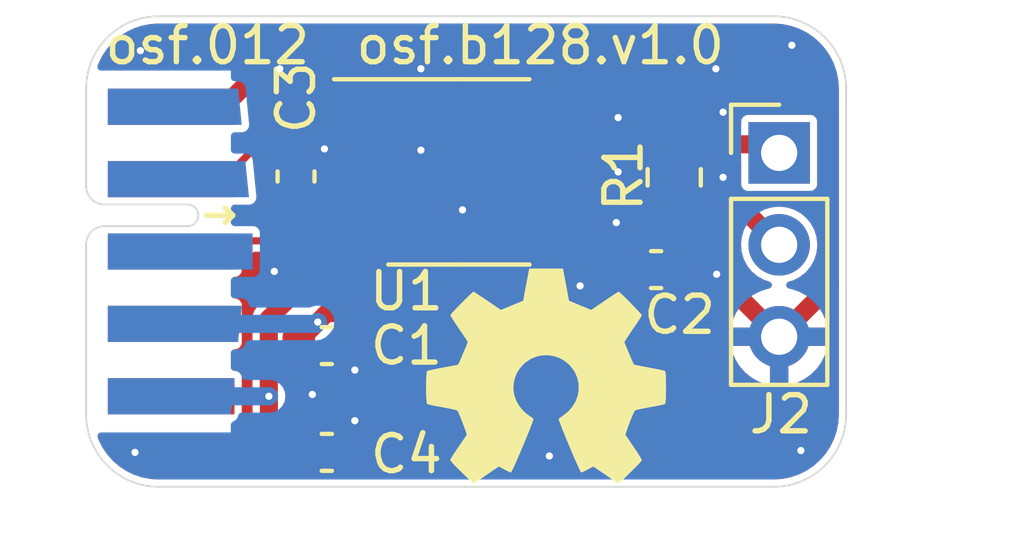
<source format=kicad_pcb>
(kicad_pcb (version 20211014) (generator pcbnew)
  (layers (0 "F.Cu" signal) (31 "B.Cu" signal) (34 "B.Paste" user) (35 "F.Paste" user) (36 "B.SilkS" user "B.Silkscreen") (37 "F.SilkS" user "F.Silkscreen") (38 "B.Mask" user) (39 "F.Mask" user) (44 "Edge.Cuts" user))
  (net 0 "")
  (net 1 "/implementation/VIO")
  (net 2 "GND")
  (net 3 "/implementation/VDD")
  (net 4 "/implementation/TX")
  (net 5 "/implementation/RX")
  (net 6 "/implementation/CANH")
  (net 7 "/implementation/CANL")
  (net 8 "/implementation/STBY")
  (footprint "Symbol:OSHW-Symbol_6.7x6mm_SilkScreen" (layer "F.Cu") (at 152.7 99.95)
    (fp_text reference "LOGO1" hide)
    (fp_text value "Logo_Open_Hardware_Small" hide)
    (fp_poly (pts (xy 0.555814 -2.531069) (xy 0.639635 -2.086445) (xy 0.94892 -1.958947) (xy 1.258206 -1.831449) (xy 1.629246 -2.083754) (xy 1.733157 -2.154004) (xy 1.827087 -2.216728) (xy 1.906652 -2.269062) (xy 1.96747 -2.308143) (xy 2.005157 -2.331107) (xy 2.015421 -2.336058) (xy 2.03391 -2.323324) (xy 2.07342 -2.288118) (xy 2.129522 -2.234938) (xy 2.197787 -2.168282) (xy 2.273786 -2.092646) (xy 2.353092 -2.012528) (xy 2.431275 -1.932426) (xy 2.503907 -1.856836) (xy 2.566559 -1.790255) (xy 2.614803 -1.737182) (xy 2.64421 -1.702113) (xy 2.651241 -1.690377) (xy 2.641123 -1.66874) (xy 2.612759 -1.621338) (xy 2.569129 -1.552807) (xy 2.513218 -1.467785) (xy 2.448006 -1.370907) (xy 2.410219 -1.31565) (xy 2.341343 -1.214752) (xy 2.28014 -1.123701) (xy 2.229578 -1.04703) (xy 2.192628 -0.989272) (xy 2.172258 -0.954957) (xy 2.169197 -0.947746) (xy 2.176136 -0.927252) (xy 2.195051 -0.879487) (xy 2.223087 -0.811168) (xy 2.257391 -0.729011) (xy 2.295109 -0.63973) (xy 2.333387 -0.550042) (xy 2.36937 -0.466662) (xy 2.400206 -0.396306) (xy 2.423039 -0.34569) (xy 2.435017 -0.321529) (xy 2.435724 -0.320578) (xy 2.454531 -0.315964) (xy 2.504618 -0.305672) (xy 2.580793 -0.290713) (xy 2.677865 -0.272099) (xy 2.790643 -0.250841) (xy 2.856442 -0.238582) (xy 2.97695 -0.215638) (xy 3.085797 -0.193805) (xy 3.177476 -0.174278) (xy 3.246481 -0.158252) (xy 3.287304 -0.146921) (xy 3.295511 -0.143326) (xy 3.303548 -0.118994) (xy 3.310033 -0.064041) (xy 3.31497 0.015108) (xy 3.318364 0.112026) (xy 3.320218 0.220287) (xy 3.320538 0.333465) (xy 3.319327 0.445135) (xy 3.31659 0.548868) (xy 3.312331 0.638241) (xy 3.306555 0.706826) (xy 3.299267 0.748197) (xy 3.294895 0.75681) (xy 3.268764 0.767133) (xy 3.213393 0.781892) (xy 3.136107 0.799352) (xy 3.04423 0.81778) (xy 3.012158 0.823741) (xy 2.857524 0.852066) (xy 2.735375 0.874876) (xy 2.641673 0.89308) (xy 2.572384 0.907583) (xy 2.523471 0.919292) (xy 2.490897 0.929115) (xy 2.470628 0.937956) (xy 2.458626 0.946724) (xy 2.456947 0.948457) (xy 2.440184 0.976371) (xy 2.414614 1.030695) (xy 2.382788 1.104777) (xy 2.34726 1.191965) (xy 2.310583 1.285608) (xy 2.275311 1.379052) (xy 2.243996 1.465647) (xy 2.219193 1.53874) (xy 2.203454 1.591678) (xy 2.199332 1.617811) (xy 2.199676 1.618726) (xy 2.213641 1.640086) (xy 2.245322 1.687084) (xy 2.291391 1.754827) (xy 2.348518 1.838423) (xy 2.413373 1.932982) (xy 2.431843 1.959854) (xy 2.497699 2.057275) (xy 2.55565 2.146163) (xy 2.602538 2.221412) (xy 2.635207 2.27792) (xy 2.6505 2.310581) (xy 2.651241 2.314593) (xy 2.638392 2.335684) (xy 2.602888 2.377464) (xy 2.549293 2.435445) (xy 2.482171 2.505135) (xy 2.406087 2.582045) (xy 2.325604 2.661683) (xy 2.245287 2.739561) (xy 2.169699 2.811186) (xy 2.103405 2.87207) (xy 2.050969 2.917721) (xy 2.016955 2.94365) (xy 2.007545 2.947883) (xy 1.985643 2.937912) (xy 1.9408 2.91102) (xy 1.880321 2.871736) (xy 1.833789 2.840117) (xy 1.749475 2.782098) (xy 1.649626 2.713784) (xy 1.549473 2.645579) (xy 1.495627 2.609075) (xy 1.313371 2.4858) (xy 1.160381 2.56852) (xy 1.090682 2.604759) (xy 1.031414 2.632926) (xy 0.991311 2.648991) (xy 0.981103 2.651226) (xy 0.968829 2.634722) (xy 0.944613 2.588082) (xy 0.910263 2.515609) (xy 0.867588 2.421606) (xy 0.818394 2.310374) (xy 0.76449 2.186215) (xy 0.707684 2.053432) (xy 0.649782 1.916327) (xy 0.592593 1.779202) (xy 0.537924 1.646358) (xy 0.487584 1.522098) (xy 0.44338 1.410725) (xy 0.407119 1.316539) (xy 0.380609 1.243844) (xy 0.365658 1.196941) (xy 0.363254 1.180833) (xy 0.382311 1.160286) (xy 0.424036 1.126933) (xy 0.479706 1.087702) (xy 0.484378 1.084599) (xy 0.628264 0.969423) (xy 0.744283 0.835053) (xy 0.83143 0.685784) (xy 0.888699 0.525913) (xy 0.915086 0.359737) (xy 0.909585 0.191552) (xy 0.87119 0.025655) (xy 0.798895 -0.133658) (xy 0.777626 -0.168513) (xy 0.666996 -0.309263) (xy 0.536302 -0.422286) (xy 0.390064 -0.506997) (xy 0.232808 -0.562806) (xy 0.069057 -0.589126) (xy -0.096667 -0.58537) (xy -0.259838 -0.55095) (xy -0.415935 -0.485277) (xy -0.560433 -0.387765) (xy -0.605131 -0.348187) (xy -0.718888 -0.224297) (xy -0.801782 -0.093876) (xy -0.858644 0.052315) (xy -0.890313 0.197088) (xy -0.898131 0.35986) (xy -0.872062 0.52344) (xy -0.814755 0.682298) (xy -0.728856 0.830906) (xy -0.617014 0.963735) (xy -0.481877 1.075256) (xy -0.464117 1.087011) (xy -0.40785 1.125508) (xy -0.365077 1.158863) (xy -0.344628 1.18016) (xy -0.344331 1.180833) (xy -0.348721 1.203871) (xy -0.366124 1.256157) (xy -0.394732 1.33339) (xy -0.432735 1.431268) (xy -0.478326 1.545491) (xy -0.529697 1.671758) (xy -0.585038 1.805767) (xy -0.642542 1.943218) (xy -0.700399 2.079808) (xy -0.756802 2.211237) (xy -0.809942 2.333205) (xy -0.85801 2.441409) (xy -0.899199 2.531549) (xy -0.931699 2.599323) (xy -0.953703 2.64043) (xy -0.962564 2.651226) (xy -0.98964 2.642819) (xy -1.040303 2.620272) (xy -1.105817 2.587613) (xy -1.141841 2.56852) (xy -1.294832 2.4858) (xy -1.477088 2.609075) (xy -1.570125 2.672228) (xy -1.671985 2.741727) (xy -1.767438 2.807165) (xy -1.81525 2.840117) (xy -1.882495 2.885273) (xy -1.939436 2.921057) (xy -1.978646 2.942938) (xy -1.991381 2.947563) (xy -2.009917 2.935085) (xy -2.050941 2.900252) (xy -2.110475 2.846678) (xy -2.184542 2.777983) (xy -2.269165 2.697781) (xy -2.322685 2.646286) (xy -2.416319 2.554286) (xy -2.497241 2.471999) (xy -2.562177 2.402945) (xy -2.607858 2.350644) (xy -2.631011 2.318616) (xy -2.633232 2.312116) (xy -2.622924 2.287394) (xy -2.594439 2.237405) (xy -2.550937 2.167212) (xy -2.495577 2.081875) (xy -2.43152 1.986456) (xy -2.413303 1.959854) (xy -2.346927 1.863167) (xy -2.287378 1.776117) (xy -2.237984 1.703595) (xy -2.202075 1.650493) (xy -2.182981 1.621703) (xy -2.181136 1.618726) (xy -2.183895 1.595782) (xy -2.198538 1.545336) (xy -2.222513 1.474041) (xy -2.253266 1.388547) (xy -2.288244 1.295507) (xy -2.324893 1.201574) (xy -2.360661 1.113399) (xy -2.392994 1.037634) (xy -2.419338 0.980931) (xy -2.437142 0.949943) (xy -2.438407 0.948457) (xy -2.449294 0.939601) (xy -2.467682 0.930843) (xy -2.497606 0.921277) (xy -2.543103 0.909996) (xy -2.608209 0.896093) (xy -2.696961 0.878663) (xy -2.813393 0.856798) (xy -2.961542 0.829591) (xy -2.993618 0.823741) (xy -3.088686 0.805374) (xy -3.171565 0.787405) (xy -3.23493 0.771569) (xy -3.271458 0.7596) (xy -3.276356 0.75681) (xy -3.284427 0.732072) (xy -3.290987 0.67679) (xy -3.296033 0.597389) (xy -3.299559 0.500296) (xy -3.301561 0.391938) (xy -3.302036 0.27874) (xy -3.300977 0.167128) (xy -3.298382 0.063529) (xy -3.294246 -0.025632) (xy -3.288563 -0.093928) (xy -3.281331 -0.134934) (xy -3.276971 -0.143326) (xy -3.252698 -0.151792) (xy -3.197426 -0.165565) (xy -3.116662 -0.18345) (xy -3.015912 -0.204252) (xy -2.900683 -0.226777) (xy -2.837902 -0.238582) (xy -2.718787 -0.260849) (xy -2.612565 -0.281021) (xy -2.524427 -0.298085) (xy -2.459566 -0.311031) (xy -2.423174 -0.318845) (xy -2.417184 -0.320578) (xy -2.407061 -0.34011) (xy -2.385662 -0.387157) (xy -2.355839 -0.454997) (xy -2.320445 -0.536909) (xy -2.282332 -0.626172) (xy -2.244353 -0.716065) (xy -2.20936 -0.799865) (xy -2.180206 -0.870853) (xy -2.159743 -0.922306) (xy -2.150823 -0.947503) (xy -2.150657 -0.948604) (xy -2.160769 -0.968481) (xy -2.189117 -1.014223) (xy -2.232723 -1.081283) (xy -2.288606 -1.165116) (xy -2.353787 -1.261174) (xy -2.391679 -1.31635) (xy -2.460725 -1.417519) (xy -2.52205 -1.50937) (xy -2.572663 -1.587256) (xy -2.609571 -1.646531) (xy -2.629782 -1.682549) (xy -2.632701 -1.690623) (xy -2.620153 -1.709416) (xy -2.585463 -1.749543) (xy -2.533063 -1.806507) (xy -2.467384 -1.875815) (xy -2.392856 -1.952969) (xy -2.313913 -2.033475) (xy -2.234983 -2.112837) (xy -2.1605 -2.18656) (xy -2.094894 -2.250148) (xy -2.042596 -2.299106) (xy -2.008039 -2.328939) (xy -1.996478 -2.336058) (xy -1.977654 -2.326047) (xy -1.932631 -2.297922) (xy -1.865787 -2.254546) (xy -1.781499 -2.198782) (xy -1.684144 -2.133494) (xy -1.610707 -2.083754) (xy -1.239667 -1.831449) (xy -0.621095 -2.086445) (xy -0.537275 -2.531069) (xy -0.453454 -2.975693) (xy 0.471994 -2.975693) (xy 0.555814 -2.531069)) (layer "F.SilkS") (width 0.01) (fill solid))
  )
  (footprint "Connector_PinHeader_2.54mm:PinHeader_1x03_P2.54mm_Vertical" (layer "F.Cu") (at 159.15 93.775)
    (fp_text reference "J2" (at 0.05 7.225) (layer "F.SilkS"))
    (fp_text value "Conn_01x03_Male")
    (fp_line (start -1.33 6.41) (end 1.33 6.41) (layer "F.SilkS") (width 0.12))
    (fp_line (start -1.33 1.27) (end 1.33 1.27) (layer "F.SilkS") (width 0.12))
    (fp_line (start -1.33 0) (end -1.33 -1.33) (layer "F.SilkS") (width 0.12))
    (fp_line (start -1.33 1.27) (end -1.33 6.41) (layer "F.SilkS") (width 0.12))
    (fp_line (start 1.33 1.27) (end 1.33 6.41) (layer "F.SilkS") (width 0.12))
    (fp_line (start -1.33 -1.33) (end 0 -1.33) (layer "F.SilkS") (width 0.12))
    (pad "1" thru_hole rect (at 0 0) (size 1.7 1.7) (drill 1) (layers *.Cu *.Mask) (net 6 "/implementation/CANH"))
    (pad "2" thru_hole oval (at 0 2.54) (size 1.7 1.7) (drill 1) (layers *.Cu *.Mask) (net 7 "/implementation/CANL"))
    (pad "3" thru_hole oval (at 0 5.08) (size 1.7 1.7) (drill 1) (layers *.Cu *.Mask) (net 2 "GND"))
  )
  (footprint "Capacitor_SMD:C_0603_1608Metric" (layer "F.Cu") (at 146.65 102.05)
    (fp_text reference "C4" (at 2.2 0.05) (layer "F.SilkS"))
    (fp_text value "1uF")
    (fp_line (start -0.14058 0.51) (end 0.14058 0.51) (layer "F.SilkS") (width 0.12))
    (fp_line (start -0.14058 -0.51) (end 0.14058 -0.51) (layer "F.SilkS") (width 0.12))
    (pad "1" smd roundrect (at -0.775 0) (size 0.9 0.95) (layers "F.Cu" "F.Paste" "F.Mask") (net 3 "/implementation/VDD"))
    (pad "2" smd roundrect (at 0.775 0) (size 0.9 0.95) (layers "F.Cu" "F.Paste" "F.Mask") (net 2 "GND"))
  )
  (footprint "Resistor_SMD:R_0805_2012Metric" (layer "F.Cu") (at 156.25 94.45 -90)
    (fp_text reference "R1" (at -0.05 1.4 90) (layer "F.SilkS"))
    (fp_text value "120R")
    (fp_line (start -0.227064 -0.735) (end 0.227064 -0.735) (layer "F.SilkS") (width 0.12))
    (fp_line (start -0.227064 0.735) (end 0.227064 0.735) (layer "F.SilkS") (width 0.12))
    (pad "1" smd roundrect (at -0.9125 0 270) (size 1.025 1.4) (layers "F.Cu" "F.Paste" "F.Mask") (roundrect_rratio 0.243902) (net 6 "/implementation/CANH"))
    (pad "2" smd roundrect (at 0.9125 0 270) (size 1.025 1.4) (layers "F.Cu" "F.Paste" "F.Mask") (roundrect_rratio 0.243902) (net 7 "/implementation/CANL"))
  )
  (footprint "Package_SO:SOIC-8_3.9x4.9mm_P1.27mm" (layer "F.Cu") (at 150.3 94.3)
    (fp_text reference "U1" (at -1.45 3.3) (layer "F.SilkS"))
    (fp_text value "MCP2542FDxMF")
    (fp_line (start 0 2.56) (end 1.95 2.56) (layer "F.SilkS") (width 0.12))
    (fp_line (start 0 -2.56) (end 1.95 -2.56) (layer "F.SilkS") (width 0.12))
    (fp_line (start 0 -2.56) (end -3.45 -2.56) (layer "F.SilkS") (width 0.12))
    (fp_line (start 0 2.56) (end -1.95 2.56) (layer "F.SilkS") (width 0.12))
    (pad "1" smd roundrect (at -2.475 -1.905) (size 1.95 0.6) (layers "F.Cu" "F.Paste" "F.Mask") (net 4 "/implementation/TX"))
    (pad "2" smd roundrect (at -2.475 -0.635) (size 1.95 0.6) (layers "F.Cu" "F.Paste" "F.Mask") (net 2 "GND"))
    (pad "3" smd roundrect (at -2.475 0.635) (size 1.95 0.6) (layers "F.Cu" "F.Paste" "F.Mask") (net 3 "/implementation/VDD"))
    (pad "4" smd roundrect (at -2.475 1.905) (size 1.95 0.6) (layers "F.Cu" "F.Paste" "F.Mask") (net 5 "/implementation/RX"))
    (pad "5" smd roundrect (at 2.475 1.905) (size 1.95 0.6) (layers "F.Cu" "F.Paste" "F.Mask") (net 1 "/implementation/VIO"))
    (pad "6" smd roundrect (at 2.475 0.635) (size 1.95 0.6) (layers "F.Cu" "F.Paste" "F.Mask") (net 7 "/implementation/CANL"))
    (pad "7" smd roundrect (at 2.475 -0.635) (size 1.95 0.6) (layers "F.Cu" "F.Paste" "F.Mask") (net 6 "/implementation/CANH"))
    (pad "8" smd roundrect (at 2.475 -1.905) (size 1.95 0.6) (layers "F.Cu" "F.Paste" "F.Mask") (net 8 "/implementation/STBY"))
  )
  (footprint "on_edge:on_edge_2x05_device" (layer "F.Cu") (at 140 96.5 -90)
    (fp_text reference "J1")
    (fp_text value "012_CAN")
    (fp_line (start -1 -4.05) (end -1 -3.323) (layer "F.SilkS") (width 0.153))
    (fp_line (start -1 -4.05) (end -0.8 -3.85) (layer "F.SilkS") (width 0.153))
    (fp_line (start -1.2 -3.85) (end -1 -4.05) (layer "F.SilkS") (width 0.153))
    (fp_line (start -0.2 0) (end 4 0) (layer "Edge.Cuts") (width 0.05))
    (fp_line (start -4 0) (end -1.8 0) (layer "Edge.Cuts") (width 0.05))
    (fp_line (start -0.7 -0.5) (end -0.7 -2.8) (layer "Edge.Cuts") (width 0.05))
    (fp_line (start -1.3 -2.8) (end -1.3 -0.5) (layer "Edge.Cuts") (width 0.05))
    (fp_arc (start -0.2 0) (mid -0.553553 -0.146447) (end -0.7 -0.5) (layer "Edge.Cuts") (width 0.05))
    (fp_arc (start -1.3 -0.5) (mid -1.446447 -0.146447) (end -1.8 0) (layer "Edge.Cuts") (width 0.05))
    (fp_arc (start -1.3 -2.8) (mid -1 -3.1) (end -0.7 -2.8) (layer "Edge.Cuts") (width 0.05))
    (pad "1" smd rect (at -4 -2.35 90) (size 1 3.5) (layers "F.Cu" "F.Mask") (net 2 "GND"))
    (pad "2" smd rect (at -2 -2.35 270) (size 1 3.5) (layers "F.Cu" "F.Mask") (net 4 "/implementation/TX"))
    (pad "3" smd rect (at 0 -2.35 270) (size 1 3.5) (layers "F.Cu" "F.Mask") (net 5 "/implementation/RX"))
    (pad "4" smd rect (at 2 -2.35 90) (size 1 3.5) (layers "F.Cu" "F.Mask"))
    (pad "5" smd rect (at 4 -2.35 90) (size 1 3.5) (layers "F.Cu" "F.Mask"))
    (pad "6" smd custom (at -4 -2.4 270) (size 1 3.6) (layers "B.Cu" "B.Mask") (options (clearance outline) (anchor rect)) (primitives (gr_poly (pts (xy 0.5 -1.8) (xy 0.5 -1.9) (xy -0.5 -1.8)) (width 0) (fill yes))))
    (pad "7" smd custom (at -2 -2.1 270) (size 1 3) (layers "B.Cu" "B.Mask") (options (clearance outline) (anchor rect)) (primitives (gr_poly (pts (xy 0.3 -0.51) (xy 0.31 -0.62) (xy 0.33 -0.7) (xy 0.35 -0.76) (xy 0.37 -0.81) (xy 0.4 -0.86) (xy 0.44 -0.92) (xy 0.48 -0.97) (xy 0.5 -0.99) (xy 0.5 -2.4) (xy -0.5 -2.3) (xy -0.5 1.5) (xy 0.3 1.5)) (width 0) (fill yes))))
    (pad "8" smd rect (at 0 -2.6 270) (size 1 4) (layers "B.Cu" "B.Mask"))
    (pad "9" smd custom (at 2 -2.4 270) (size 1 3.6) (layers "B.Cu" "B.Mask") (net 1 "/implementation/VIO") (options (clearance outline) (anchor rect)) (primitives (gr_poly (pts (xy -0.5 -1.8) (xy -0.5 -1.9) (xy 0.5 -1.8)) (width 0) (fill yes))))
    (pad "10" smd custom (at 4 -2.3 270) (size 1 3.4) (layers "B.Cu" "B.Mask") (net 3 "/implementation/VDD") (options (clearance outline) (anchor rect)) (primitives (gr_poly (pts (xy -0.5 -1.7) (xy -0.5 -1.8) (xy 0.5 -1.7)) (width 0) (fill yes))))
    (zone (net 0) (net_name "") (layers F&B.Cu) (connect_pads (clearance 0)) (min_thickness 0.254)
      (keepout (tracks allowed) (vias not_allowed) (pads allowed) (copperpour not_allowed) (footprints not_allowed))
      (fill (thermal_gap 0.508) (thermal_bridge_width 0.508))
      (polygon (pts (xy 140 101.5) (xy 140 91.5) (xy 144 91.5) (xy 144 101.5)))
    )
  )
  (footprint "Capacitor_SMD:C_0603_1608Metric" (layer "F.Cu") (at 155.75 97)
    (fp_text reference "C2" (at 0.65 1.25) (layer "F.SilkS"))
    (fp_text value "1uF")
    (fp_line (start -0.14058 0.51) (end 0.14058 0.51) (layer "F.SilkS") (width 0.12))
    (fp_line (start -0.14058 -0.51) (end 0.14058 -0.51) (layer "F.SilkS") (width 0.12))
    (pad "1" smd roundrect (at -0.775 0) (size 0.9 0.95) (layers "F.Cu" "F.Paste" "F.Mask") (net 1 "/implementation/VIO"))
    (pad "2" smd roundrect (at 0.775 0) (size 0.9 0.95) (layers "F.Cu" "F.Paste" "F.Mask") (net 2 "GND"))
  )
  (footprint "Capacitor_SMD:C_0603_1608Metric" (layer "F.Cu") (at 145.8 94.425 90)
    (fp_text reference "C3" (at 2.175 0 90) (layer "F.SilkS"))
    (fp_text value "1uF")
    (fp_line (start -0.14058 0.51) (end 0.14058 0.51) (layer "F.SilkS") (width 0.12))
    (fp_line (start -0.14058 -0.51) (end 0.14058 -0.51) (layer "F.SilkS") (width 0.12))
    (pad "1" smd roundrect (at -0.775 0 90) (size 0.9 0.95) (layers "F.Cu" "F.Paste" "F.Mask") (net 3 "/implementation/VDD"))
    (pad "2" smd roundrect (at 0.775 0 90) (size 0.9 0.95) (layers "F.Cu" "F.Paste" "F.Mask") (net 2 "GND"))
  )
  (footprint "Capacitor_SMD:C_0603_1608Metric" (layer "F.Cu") (at 146.65 99.1)
    (fp_text reference "C1" (at 2.2 0) (layer "F.SilkS"))
    (fp_text value "1uF")
    (fp_line (start -0.14058 0.51) (end 0.14058 0.51) (layer "F.SilkS") (width 0.12))
    (fp_line (start -0.14058 -0.51) (end 0.14058 -0.51) (layer "F.SilkS") (width 0.12))
    (pad "1" smd roundrect (at -0.775 0) (size 0.9 0.95) (layers "F.Cu" "F.Paste" "F.Mask") (net 1 "/implementation/VIO"))
    (pad "2" smd roundrect (at 0.775 0) (size 0.9 0.95) (layers "F.Cu" "F.Paste" "F.Mask") (net 2 "GND"))
  )
  (gr_line (start 140 100.5) (end 140 101) (layer "Edge.Cuts") (width 0.05))
  (gr_line (start 142 90) (end 159 90) (layer "Edge.Cuts") (width 0.05))
  (gr_arc (start 161 101) (mid 160.414214 102.414214) (end 159 103) (layer "Edge.Cuts") (width 0.05))
  (gr_line (start 140 92.5) (end 140 92) (layer "Edge.Cuts") (width 0.05))
  (gr_line (start 159 103) (end 142 103) (layer "Edge.Cuts") (width 0.05))
  (gr_arc (start 159 90) (mid 160.414214 90.585786) (end 161 92) (layer "Edge.Cuts") (width 0.05))
  (gr_arc (start 142 103) (mid 140.585786 102.414214) (end 140 101) (layer "Edge.Cuts") (width 0.05))
  (gr_line (start 161 101) (end 161 92) (layer "Edge.Cuts") (width 0.05))
  (gr_arc (start 140 92) (mid 140.585786 90.585786) (end 142 90) (layer "Edge.Cuts") (width 0.05))
  (gr_text "osf.012" (at 143.35 90.8) (layer "F.SilkS") (effects (font (size 1 1))))
  (gr_text "osf.b128.v1.0" (at 152.55 90.8) (layer "F.SilkS") (effects (font (size 1 1))))
  (segment (start 154.9 97) (end 154.105 96.205) (width 0.5) (layer "F.Cu") (net 1))
  (segment (start 146.65 98.2) (end 148.6 98.2) (width 0.5) (layer "F.Cu") (net 1))
  (segment (start 148.6 98.2) (end 150.595 96.205) (width 0.5) (layer "F.Cu") (net 1))
  (segment (start 154.975 97) (end 154.9 97) (width 0.5) (layer "F.Cu") (net 1))
  (segment (start 154.105 96.205) (end 152.775 96.205) (width 0.5) (layer "F.Cu") (net 1))
  (segment (start 150.595 96.205) (end 152.775 96.205) (width 0.5) (layer "F.Cu") (net 1))
  (segment (start 145.875 99.1) (end 145.875 98.975) (width 0.5) (layer "F.Cu") (net 1))
  (segment (start 146.4 98.45) (end 145.875 98.975) (width 0.5) (layer "F.Cu") (net 1))
  (segment (start 145.875 98.975) (end 146.65 98.2) (width 0.5) (layer "F.Cu") (net 1))
  (via (at 146.4 98.45) (size 0.5) (drill 0.2) (layers "F.Cu" "B.Cu") (net 1))
  (segment (start 146.4 98.45) (end 146.35 98.5) (width 0.5) (layer "B.Cu") (net 1))
  (segment (start 146.35 98.5) (end 142.4 98.5) (width 0.5) (layer "B.Cu") (net 1))
  (segment (start 144.85 91.45) (end 145.35 91.45) (width 0.5) (layer "F.Cu") (net 2))
  (segment (start 143.8 92.5) (end 144.85 91.45) (width 0.5) (layer "F.Cu") (net 2))
  (segment (start 156.525 97) (end 157.295 97) (width 0.5) (layer "F.Cu") (net 2))
  (segment (start 149.215 93.665) (end 149.25 93.7) (width 0.5) (layer "F.Cu") (net 2))
  (segment (start 146.585 93.665) (end 145.815 93.665) (width 0.5) (layer "F.Cu") (net 2))
  (segment (start 147.825 93.665) (end 146.585 93.665) (width 0.5) (layer "F.Cu") (net 2))
  (segment (start 147.825 93.665) (end 149.215 93.665) (width 0.5) (layer "F.Cu") (net 2))
  (segment (start 157.295 97) (end 157.4225 97.1275) (width 0.5) (layer "F.Cu") (net 2))
  (segment (start 145.815 93.665) (end 145.8 93.65) (width 0.5) (layer "F.Cu") (net 2))
  (segment (start 145.35 91.45) (end 149.25 91.45) (width 0.5) (layer "F.Cu") (net 2))
  (segment (start 157.4225 97.1275) (end 159.15 98.855) (width 0.5) (layer "F.Cu") (net 2))
  (segment (start 147.425 99.775) (end 147.425 99.1) (width 0.5) (layer "F.Cu") (net 2))
  (segment (start 147.425 102.05) (end 147.425 101.175) (width 0.5) (layer "F.Cu") (net 2))
  (segment (start 149.25 91.45) (end 157.4 91.45) (width 0.5) (layer "F.Cu") (net 2))
  (segment (start 160.55 97.455) (end 159.15 98.855) (width 0.5) (layer "F.Cu") (net 2))
  (segment (start 142.35 92.5) (end 143.8 92.5) (width 0.5) (layer "F.Cu") (net 2))
  (segment (start 159.4 91.45) (end 160.55 92.6) (width 0.5) (layer "F.Cu") (net 2))
  (segment (start 157.4 91.45) (end 159.4 91.45) (width 0.5) (layer "F.Cu") (net 2))
  (segment (start 160.55 92.6) (end 160.55 97.455) (width 0.5) (layer "F.Cu") (net 2))
  (segment (start 147.425 101.175) (end 147.425 99.775) (width 0.5) (layer "F.Cu") (net 2))
  (via (at 147.425 101.175) (size 0.5) (drill 0.2) (layers "F.Cu" "B.Cu") (net 2))
  (via (at 145.35 91.45) (size 0.5) (drill 0.2) (layers "F.Cu" "B.Cu") (net 2))
  (via (at 145.2 97.05) (size 0.5) (drill 0.2) (layers "F.Cu" "B.Cu") (net 2))
  (via (at 154.65 95.7) (size 0.5) (drill 0.2) (layers "F.Cu" "B.Cu") (net 2))
  (via (at 141.5 90.95) (size 0.5) (drill 0.2) (layers "F.Cu" "B.Cu") (net 2))
  (via (at 157.4225 97.1275) (size 0.5) (drill 0.2) (layers "F.Cu" "B.Cu") (net 2))
  (via (at 141.35 102.05) (size 0.5) (drill 0.2) (layers "F.Cu" "B.Cu") (net 2))
  (via (at 149.25 91.45) (size 0.5) (drill 0.2) (layers "F.Cu" "B.Cu") (net 2))
  (via (at 154.7 92.8) (size 0.5) (drill 0.2) (layers "F.Cu" "B.Cu") (net 2))
  (via (at 146.585 93.665) (size 0.5) (drill 0.2) (layers "F.Cu" "B.Cu") (net 2))
  (via (at 147.425 99.775) (size 0.5) (drill 0.2) (layers "F.Cu" "B.Cu") (net 2))
  (via (at 149.25 93.7) (size 0.5) (drill 0.2) (layers "F.Cu" "B.Cu") (net 2))
  (via (at 157.6 92.65) (size 0.5) (drill 0.2) (layers "F.Cu" "B.Cu") (net 2))
  (via (at 146.25 100.45) (size 0.5) (drill 0.2) (layers "F.Cu" "B.Cu") (net 2))
  (via (at 150.4 95.35) (size 0.5) (drill 0.2) (layers "F.Cu" "B.Cu") (net 2))
  (via (at 159.75 102) (size 0.5) (drill 0.2) (layers "F.Cu" "B.Cu") (net 2))
  (via (at 154.7 94.3) (size 0.5) (drill 0.2) (layers "F.Cu" "B.Cu") (net 2))
  (via (at 157.4 91.45) (size 0.5) (drill 0.2) (layers "F.Cu" "B.Cu") (net 2))
  (via (at 153.65 97.45) (size 0.5) (drill 0.2) (layers "F.Cu" "B.Cu") (net 2))
  (via (at 159.5 90.8) (size 0.5) (drill 0.2) (layers "F.Cu" "B.Cu") (net 2))
  (via (at 152.8 102.15) (size 0.5) (drill 0.2) (layers "F.Cu" "B.Cu") (net 2))
  (via (at 157.6 94.45) (size 0.5) (drill 0.2) (layers "F.Cu" "B.Cu") (net 2))
  (segment (start 149.25 93.7) (end 149.25 91.45) (width 0.5) (layer "B.Cu") (net 2))
  (segment (start 149.25 97.95) (end 147.425 99.775) (width 0.5) (layer "B.Cu") (net 2))
  (segment (start 149.25 93.7) (end 149.25 97.95) (width 0.5) (layer "B.Cu") (net 2))
  (segment (start 149.177 96.623) (end 149.177 95.836709) (width 0.5) (layer "F.Cu") (net 3))
  (segment (start 148.35 97.45) (end 149.177 96.623) (width 0.5) (layer "F.Cu") (net 3))
  (segment (start 145.048 100.498) (end 145.048 98.352) (width 0.5) (layer "F.Cu") (net 3))
  (segment (start 145.05 100.5) (end 145.048 100.498) (width 0.5) (layer "F.Cu") (net 3))
  (segment (start 145.048 98.352) (end 145.95 97.45) (width 0.5) (layer "F.Cu") (net 3))
  (segment (start 145.95 97.45) (end 148.35 97.45) (width 0.5) (layer "F.Cu") (net 3))
  (segment (start 149.177 95.836709) (end 148.275291 94.935) (width 0.5) (layer "F.Cu") (net 3))
  (segment (start 145.05 101.225) (end 145.875 102.05) (width 0.5) (layer "F.Cu") (net 3))
  (segment (start 146.065 94.935) (end 145.8 95.2) (width 0.5) (layer "F.Cu") (net 3))
  (segment (start 145.05 100.5) (end 145.05 101.225) (width 0.5) (layer "F.Cu") (net 3))
  (segment (start 148.275291 94.935) (end 147.825 94.935) (width 0.5) (layer "F.Cu") (net 3))
  (segment (start 147.825 94.935) (end 146.065 94.935) (width 0.5) (layer "F.Cu") (net 3))
  (via (at 145.05 100.5) (size 0.5) (drill 0.2) (layers "F.Cu" "B.Cu") (net 3))
  (segment (start 145.05 100.5) (end 142.3 100.5) (width 0.5) (layer "B.Cu") (net 3))
  (segment (start 143.8 94.5) (end 145.905 92.395) (width 0.2) (layer "F.Cu") (net 4))
  (segment (start 145.905 92.395) (end 147.825 92.395) (width 0.2) (layer "F.Cu") (net 4))
  (segment (start 142.35 94.5) (end 143.8 94.5) (width 0.2) (layer "F.Cu") (net 4))
  (segment (start 144.495 96.205) (end 147.825 96.205) (width 0.2) (layer "F.Cu") (net 5))
  (segment (start 144.2 96.5) (end 144.495 96.205) (width 0.2) (layer "F.Cu") (net 5))
  (segment (start 142.35 96.5) (end 144.2 96.5) (width 0.2) (layer "F.Cu") (net 5))
  (segment (start 156.1225 93.665) (end 156.25 93.5375) (width 0.5) (layer "F.Cu") (net 6))
  (segment (start 158.9125 93.5375) (end 159.15 93.775) (width 0.5) (layer "F.Cu") (net 6))
  (segment (start 156.25 93.5375) (end 158.9125 93.5375) (width 0.5) (layer "F.Cu") (net 6))
  (segment (start 152.775 93.665) (end 156.1225 93.665) (width 0.5) (layer "F.Cu") (net 6))
  (segment (start 156.25 95.3625) (end 158.1975 95.3625) (width 0.5) (layer "F.Cu") (net 7))
  (segment (start 152.775 94.935) (end 155.8225 94.935) (width 0.5) (layer "F.Cu") (net 7))
  (segment (start 158.1975 95.3625) (end 159.15 96.315) (width 0.5) (layer "F.Cu") (net 7))
  (segment (start 155.8225 94.935) (end 156.25 95.3625) (width 0.5) (layer "F.Cu") (net 7))
  (zone (net 2) (net_name "GND") (layers F&B.Cu) (connect_pads (clearance 0.2)) (min_thickness 0.2) (fill yes (thermal_gap 0.508) (thermal_bridge_width 0.508))
    (polygon (pts (xy 161.45 103.5) (xy 139.15 103.3) (xy 139.1 89.75) (xy 161.45 89.55)))
  )
)
</source>
